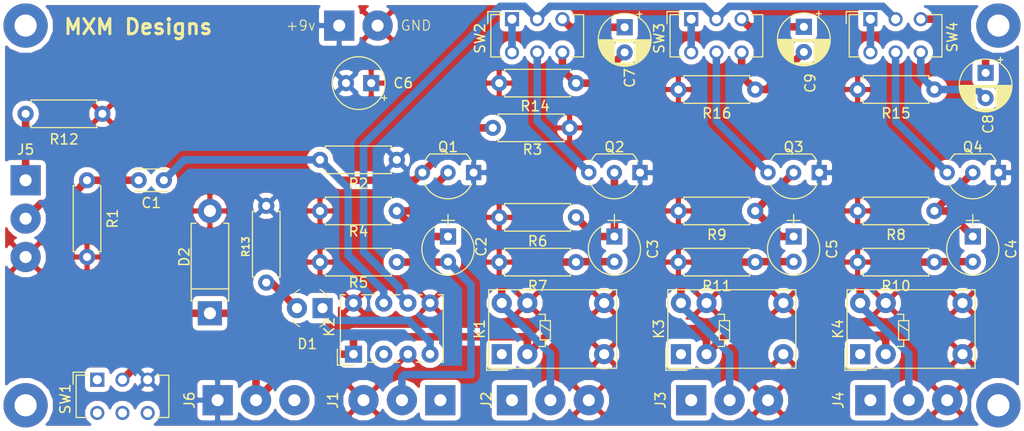
<source format=kicad_pcb>
(kicad_pcb (version 20171130) (host pcbnew "(5.1.0-0)")
  (layers (0 F.Cu signal) (31 B.Cu signal) (34 B.Paste user) (35 F.Paste user) (36 B.SilkS user) (37 F.SilkS user) (38 B.Mask user hide) (39 F.Mask user hide) (44 Edge.Cuts user))
  (net 0 "")
  (net 1 "Net-(C1-Pad2)")
  (net 2 "Net-(C1-Pad1)")
  (net 3 "Net-(C2-Pad2)")
  (net 4 "Net-(C2-Pad1)")
  (net 5 "Net-(C3-Pad1)")
  (net 6 "Net-(C3-Pad2)")
  (net 7 "Net-(C4-Pad1)")
  (net 8 "Net-(C4-Pad2)")
  (net 9 "Net-(C5-Pad2)")
  (net 10 "Net-(C5-Pad1)")
  (net 11 "Net-(D1-Pad2)")
  (net 12 "Net-(D1-Pad1)")
  (net 13 GND)
  (net 14 +9V)
  (net 15 "Net-(D2-Pad1)")
  (net 16 "Net-(J5-Pad1)")
  (net 17 "Net-(K2-Pad6)")
  (net 18 "Net-(J1-Pad1)")
  (net 19 "Net-(J2-Pad1)")
  (net 20 "Net-(J3-Pad1)")
  (net 21 "Net-(J4-Pad1)")
  (net 22 "Net-(K2-Pad2)")
  (net 23 "Net-(SW1-Pad1)")
  (net 24 "Net-(C7-Pad2)")
  (net 25 "Net-(C7-Pad1)")
  (net 26 "Net-(C8-Pad1)")
  (net 27 "Net-(C8-Pad2)")
  (net 28 "Net-(C9-Pad1)")
  (net 29 "Net-(C9-Pad2)")
  (net 30 "Net-(Q2-Pad3)")
  (net 31 "Net-(Q3-Pad3)")
  (net 32 "Net-(Q4-Pad3)")
  (net 33 "Net-(SW2-Pad1)")
  (net 34 "Net-(SW3-Pad1)")
  (net 35 "Net-(SW4-Pad1)")
  (net 36 "Net-(K1-Pad1)")
  (net 37 "Net-(K3-Pad1)")
  (net 38 "Net-(K4-Pad1)")
  (module Connector_Wire:SolderWirePad_1x03_P3.81mm_Drill1.2mm (layer F.Cu) (at 129.54 118.872 270)
    (fp_text reference J5 (at -3.048 0) (layer F.SilkS))
    (fp_text value Input1)
    (pad 3 thru_hole circle (at 7.62 0 270) (size 2.99974 2.99974) (drill 1.19888) (layers *.Cu *.Mask) (net 13 GND))
    (pad 2 thru_hole circle (at 3.81 0 270) (size 2.99974 2.99974) (drill 1.19888) (layers *.Cu *.Mask) (net 1 "Net-(C1-Pad2)"))
    (pad 1 thru_hole rect (at 0 0 270) (size 2.99974 2.99974) (drill 1.19888) (layers *.Cu *.Mask) (net 16 "Net-(J5-Pad1)"))
  )
  (module MountingHole:MountingHole_2.2mm_M2_Pad (layer F.Cu) (at 226.06 141.224)
    (fp_text reference J9 hide)
    (fp_text value Mechanical)
    (pad 1 thru_hole circle (at 0 0) (size 4.4 4.4) (drill 2.2) (layers *.Cu *.Mask))
  )
  (module MountingHole:MountingHole_2.2mm_M2_Pad (layer F.Cu) (at 129.54 141.224)
    (fp_text reference J8 hide)
    (fp_text value Mechanical)
    (pad 1 thru_hole circle (at 0 0) (size 4.4 4.4) (drill 2.2) (layers *.Cu *.Mask))
  )
  (module TO_SOT_Packages_THT:TO-92_Inline_Wide (layer F.Cu) (at 173.99 118.11 180)
    (fp_text reference Q1 (at 2.54 2.54) (layer F.SilkS))
    (fp_text value MFPJ102)
    (pad 1 thru_hole rect (at 0 0 270) (size 1.52 1.52) (drill 0.8) (layers *.Cu *.Mask) (net 14 +9V))
    (pad 3 thru_hole circle (at 5.08 0 270) (size 1.52 1.52) (drill 0.8) (layers *.Cu *.Mask) (net 2 "Net-(C1-Pad1)"))
    (pad 2 thru_hole circle (at 2.54 0 270) (size 1.52 1.52) (drill 0.8) (layers *.Cu *.Mask) (net 4 "Net-(C2-Pad1)"))
  )
  (module Button_Switch_THT:SW_CuK_JS202011CQN_DPDT_Straight (layer F.Cu) (at 177.8 102.87)
    (fp_text reference SW2 (at -3.175 1.905 90) (layer F.SilkS))
    (fp_text value SW_DPDT_x2)
    (pad 1 thru_hole rect (at 0 0) (size 1.4 1.4) (drill 0.9) (layers *.Cu *.Mask) (net 33 "Net-(SW2-Pad1)"))
    (pad 2 thru_hole circle (at 2.5 0) (size 1.4 1.4) (drill 0.9) (layers *.Cu *.Mask) (net 17 "Net-(K2-Pad6)"))
    (pad 3 thru_hole circle (at 5 0) (size 1.4 1.4) (drill 0.9) (layers *.Cu *.Mask) (net 25 "Net-(C7-Pad1)"))
    (pad 4 thru_hole circle (at 0 3.3) (size 1.4 1.4) (drill 0.9) (layers *.Cu *.Mask) (net 33 "Net-(SW2-Pad1)"))
    (pad 5 thru_hole circle (at 2.5 3.3) (size 1.4 1.4) (drill 0.9) (layers *.Cu *.Mask) (net 30 "Net-(Q2-Pad3)"))
    (pad 6 thru_hole circle (at 5 3.3) (size 1.4 1.4) (drill 0.9) (layers *.Cu *.Mask) (net 24 "Net-(C7-Pad2)"))
  )
  (module TO_SOT_Packages_THT:TO-92_Inline_Wide (layer F.Cu) (at 208.28 118.11 180)
    (fp_text reference Q3 (at 2.54 2.54) (layer F.SilkS))
    (fp_text value MFPJ102)
    (pad 1 thru_hole rect (at 0 0 270) (size 1.52 1.52) (drill 0.8) (layers *.Cu *.Mask) (net 14 +9V))
    (pad 3 thru_hole circle (at 5.08 0 270) (size 1.52 1.52) (drill 0.8) (layers *.Cu *.Mask) (net 31 "Net-(Q3-Pad3)"))
    (pad 2 thru_hole circle (at 2.54 0 270) (size 1.52 1.52) (drill 0.8) (layers *.Cu *.Mask) (net 10 "Net-(C5-Pad1)"))
  )
  (module TO_SOT_Packages_THT:TO-92_Inline_Wide (layer F.Cu) (at 226.06 118.11 180)
    (fp_text reference Q4 (at 2.54 2.54) (layer F.SilkS))
    (fp_text value MFPJ102)
    (pad 2 thru_hole circle (at 2.54 0 270) (size 1.52 1.52) (drill 0.8) (layers *.Cu *.Mask) (net 7 "Net-(C4-Pad1)"))
    (pad 3 thru_hole circle (at 5.08 0 270) (size 1.52 1.52) (drill 0.8) (layers *.Cu *.Mask) (net 32 "Net-(Q4-Pad3)"))
    (pad 1 thru_hole rect (at 0 0 270) (size 1.52 1.52) (drill 0.8) (layers *.Cu *.Mask) (net 14 +9V))
  )
  (module TO_SOT_Packages_THT:TO-92_Inline_Wide (layer F.Cu) (at 190.5 118.11 180)
    (fp_text reference Q2 (at 2.54 2.54) (layer F.SilkS))
    (fp_text value MFPJ102)
    (pad 2 thru_hole circle (at 2.54 0 270) (size 1.52 1.52) (drill 0.8) (layers *.Cu *.Mask) (net 5 "Net-(C3-Pad1)"))
    (pad 3 thru_hole circle (at 5.08 0 270) (size 1.52 1.52) (drill 0.8) (layers *.Cu *.Mask) (net 30 "Net-(Q2-Pad3)"))
    (pad 1 thru_hole rect (at 0 0 270) (size 1.52 1.52) (drill 0.8) (layers *.Cu *.Mask) (net 14 +9V))
  )
  (module Buttons_Switches_THT:SW_CuK_JS202011CQN_DPDT_Straight (layer F.Cu) (at 136.652 138.684)
    (fp_text reference SW1 (at -3.175 1.905 90) (layer F.SilkS))
    (fp_text value SW_Tuner)
    (pad 6 thru_hole circle (at 5 3.3) (size 1.4 1.4) (drill 0.9) (layers *.Cu *.Mask))
    (pad 5 thru_hole circle (at 2.5 3.3) (size 1.4 1.4) (drill 0.9) (layers *.Cu *.Mask))
    (pad 4 thru_hole circle (at 0 3.3) (size 1.4 1.4) (drill 0.9) (layers *.Cu *.Mask))
    (pad 3 thru_hole circle (at 5 0) (size 1.4 1.4) (drill 0.9) (layers *.Cu *.Mask) (net 14 +9V))
    (pad 2 thru_hole circle (at 2.5 0) (size 1.4 1.4) (drill 0.9) (layers *.Cu *.Mask) (net 15 "Net-(D2-Pad1)"))
    (pad 1 thru_hole rect (at 0 0) (size 1.4 1.4) (drill 0.9) (layers *.Cu *.Mask) (net 23 "Net-(SW1-Pad1)"))
  )
  (module Diodes_THT:D_DO-15_P10.16mm_Horizontal (layer F.Cu) (at 147.828 132.08 90)
    (fp_text reference D2 (at 5.588 -2.54 90) (layer F.SilkS))
    (fp_text value SB120)
    (pad 2 thru_hole oval (at 10.16 0 90) (size 2.4 2.4) (drill 1.2) (layers *.Cu *.Mask) (net 13 GND))
    (pad 1 thru_hole rect (at 0 0 90) (size 2.4 2.4) (drill 1.2) (layers *.Cu *.Mask) (net 15 "Net-(D2-Pad1)"))
  )
  (module Capacitors_THT:CP_Radial_Tantal_D5.0mm_P2.50mm (layer F.Cu) (at 171.45 124.46 270)
    (fp_text reference C2 (at 1.016 -3.302 270) (layer F.SilkS))
    (fp_text value 1uF)
    (pad 2 thru_hole circle (at 2.5 0 270) (size 1.6 1.6) (drill 0.8) (layers *.Cu *.Mask) (net 3 "Net-(C2-Pad2)"))
    (pad 1 thru_hole rect (at 0 0 270) (size 1.6 1.6) (drill 0.8) (layers *.Cu *.Mask) (net 4 "Net-(C2-Pad1)"))
  )
  (module Capacitors_THT:CP_Radial_Tantal_D5.0mm_P2.50mm (layer F.Cu) (at 187.96 124.46 270)
    (fp_text reference C3 (at 1.25 -3.81 270) (layer F.SilkS))
    (fp_text value 1uF)
    (pad 1 thru_hole rect (at 0 0 270) (size 1.6 1.6) (drill 0.8) (layers *.Cu *.Mask) (net 5 "Net-(C3-Pad1)"))
    (pad 2 thru_hole circle (at 2.5 0 270) (size 1.6 1.6) (drill 0.8) (layers *.Cu *.Mask) (net 6 "Net-(C3-Pad2)"))
  )
  (module Capacitors_THT:CP_Radial_Tantal_D5.0mm_P2.50mm (layer F.Cu) (at 223.52 124.46 270)
    (fp_text reference C4 (at 1.25 -3.81 270) (layer F.SilkS))
    (fp_text value 1uF)
    (pad 2 thru_hole circle (at 2.5 0 270) (size 1.6 1.6) (drill 0.8) (layers *.Cu *.Mask) (net 8 "Net-(C4-Pad2)"))
    (pad 1 thru_hole rect (at 0 0 270) (size 1.6 1.6) (drill 0.8) (layers *.Cu *.Mask) (net 7 "Net-(C4-Pad1)"))
  )
  (module Capacitors_THT:CP_Radial_Tantal_D5.0mm_P2.50mm (layer F.Cu) (at 205.74 124.46 270)
    (fp_text reference C5 (at 1.25 -3.81 270) (layer F.SilkS))
    (fp_text value 1uF)
    (pad 2 thru_hole circle (at 2.5 0 270) (size 1.6 1.6) (drill 0.8) (layers *.Cu *.Mask) (net 9 "Net-(C5-Pad2)"))
    (pad 1 thru_hole rect (at 0 0 270) (size 1.6 1.6) (drill 0.8) (layers *.Cu *.Mask) (net 10 "Net-(C5-Pad1)"))
  )
  (module Connector_Wire:SolderWirePad_1x03_P3.81mm_Drill1.2mm (layer F.Cu) (at 170.688 140.716 180)
    (fp_text reference J1 (at 10.668 0 270) (layer F.SilkS))
    (fp_text value Out1)
    (pad 1 thru_hole rect (at 0 0 180) (size 2.99974 2.99974) (drill 1.19888) (layers *.Cu *.Mask) (net 18 "Net-(J1-Pad1)"))
    (pad 2 thru_hole circle (at 3.81 0 180) (size 2.99974 2.99974) (drill 1.19888) (layers *.Cu *.Mask) (net 3 "Net-(C2-Pad2)"))
    (pad 3 thru_hole circle (at 7.62 0 180) (size 2.99974 2.99974) (drill 1.19888) (layers *.Cu *.Mask) (net 13 GND))
  )
  (module Connector_Wire:SolderWirePad_1x03_P3.81mm_Drill1.2mm (layer F.Cu) (at 177.8 140.716)
    (fp_text reference J2 (at -2.54 0 90) (layer F.SilkS))
    (fp_text value Out2)
    (pad 1 thru_hole rect (at 0 0) (size 2.99974 2.99974) (drill 1.19888) (layers *.Cu *.Mask) (net 19 "Net-(J2-Pad1)"))
    (pad 2 thru_hole circle (at 3.81 0) (size 2.99974 2.99974) (drill 1.19888) (layers *.Cu *.Mask) (net 6 "Net-(C3-Pad2)"))
    (pad 3 thru_hole circle (at 7.62 0) (size 2.99974 2.99974) (drill 1.19888) (layers *.Cu *.Mask) (net 13 GND))
  )
  (module Connector_Wire:SolderWirePad_1x03_P3.81mm_Drill1.2mm (layer F.Cu) (at 195.58 140.716)
    (fp_text reference J3 (at -3.048 0 90) (layer F.SilkS))
    (fp_text value Out3)
    (pad 1 thru_hole rect (at 0 0) (size 2.99974 2.99974) (drill 1.19888) (layers *.Cu *.Mask) (net 20 "Net-(J3-Pad1)"))
    (pad 2 thru_hole circle (at 3.81 0) (size 2.99974 2.99974) (drill 1.19888) (layers *.Cu *.Mask) (net 9 "Net-(C5-Pad2)"))
    (pad 3 thru_hole circle (at 7.62 0) (size 2.99974 2.99974) (drill 1.19888) (layers *.Cu *.Mask) (net 13 GND))
  )
  (module Connector_Wire:SolderWirePad_1x03_P3.81mm_Drill1.2mm (layer F.Cu) (at 213.36 140.716)
    (fp_text reference J4 (at -3.175 0 90) (layer F.SilkS))
    (fp_text value Out4)
    (pad 3 thru_hole circle (at 7.62 0) (size 2.99974 2.99974) (drill 1.19888) (layers *.Cu *.Mask) (net 13 GND))
    (pad 2 thru_hole circle (at 3.81 0) (size 2.99974 2.99974) (drill 1.19888) (layers *.Cu *.Mask) (net 8 "Net-(C4-Pad2)"))
    (pad 1 thru_hole rect (at 0 0) (size 2.99974 2.99974) (drill 1.19888) (layers *.Cu *.Mask) (net 21 "Net-(J4-Pad1)"))
  )
  (module Connector_Wire:SolderWirePad_1x03_P3.81mm_Drill1.2mm (layer F.Cu) (at 148.59 140.716)
    (fp_text reference J6 (at -2.794 0 90) (layer F.SilkS))
    (fp_text value FootSwitchJack hide)
    (pad 3 thru_hole circle (at 7.62 0) (size 2.99974 2.99974) (drill 1.19888) (layers *.Cu *.Mask))
    (pad 2 thru_hole circle (at 3.81 0) (size 2.99974 2.99974) (drill 1.19888) (layers *.Cu *.Mask) (net 15 "Net-(D2-Pad1)"))
    (pad 1 thru_hole rect (at 0 0) (size 2.99974 2.99974) (drill 1.19888) (layers *.Cu *.Mask) (net 14 +9V))
  )
  (module Resistor_THT:R_Axial_DIN0207_L6.3mm_D2.5mm_P7.62mm_Horizontal (layer F.Cu) (at 135.636 118.872 270)
    (fp_text reference R1 (at 3.81 -2.54 270) (layer F.SilkS))
    (fp_text value 10m)
    (pad 2 thru_hole oval (at 7.62 0 270) (size 1.6 1.6) (drill 0.8) (layers *.Cu *.Mask) (net 13 GND))
    (pad 1 thru_hole circle (at 0 0 270) (size 1.6 1.6) (drill 0.8) (layers *.Cu *.Mask) (net 1 "Net-(C1-Pad2)"))
  )
  (module Resistor_THT:R_Axial_DIN0207_L6.3mm_D2.5mm_P7.62mm_Horizontal (layer F.Cu) (at 175.895 113.665)
    (fp_text reference R3 (at 3.937 2.159) (layer F.SilkS))
    (fp_text value 2.2M)
    (pad 1 thru_hole circle (at 0 0) (size 1.6 1.6) (drill 0.8) (layers *.Cu *.Mask) (net 2 "Net-(C1-Pad1)"))
    (pad 2 thru_hole oval (at 7.62 0) (size 1.6 1.6) (drill 0.8) (layers *.Cu *.Mask) (net 13 GND))
  )
  (module Resistor_THT:R_Axial_DIN0207_L6.3mm_D2.5mm_P7.62mm_Horizontal (layer F.Cu) (at 166.37 121.92 180)
    (fp_text reference R4 (at 3.81 -2.032 180) (layer F.SilkS))
    (fp_text value 10k)
    (pad 2 thru_hole oval (at 7.62 0 180) (size 1.6 1.6) (drill 0.8) (layers *.Cu *.Mask) (net 13 GND))
    (pad 1 thru_hole circle (at 0 0 180) (size 1.6 1.6) (drill 0.8) (layers *.Cu *.Mask) (net 4 "Net-(C2-Pad1)"))
  )
  (module Resistor_THT:R_Axial_DIN0207_L6.3mm_D2.5mm_P7.62mm_Horizontal (layer F.Cu) (at 166.37 127 180)
    (fp_text reference R5 (at 3.81 -2.032 180) (layer F.SilkS))
    (fp_text value 100k)
    (pad 1 thru_hole circle (at 0 0 180) (size 1.6 1.6) (drill 0.8) (layers *.Cu *.Mask) (net 3 "Net-(C2-Pad2)"))
    (pad 2 thru_hole oval (at 7.62 0 180) (size 1.6 1.6) (drill 0.8) (layers *.Cu *.Mask) (net 13 GND))
  )
  (module Resistor_THT:R_Axial_DIN0207_L6.3mm_D2.5mm_P7.62mm_Horizontal (layer F.Cu) (at 184.15 122.555 180)
    (fp_text reference R6 (at 3.81 -2.37 180) (layer F.SilkS))
    (fp_text value 10k)
    (pad 1 thru_hole circle (at 0 0 180) (size 1.6 1.6) (drill 0.8) (layers *.Cu *.Mask) (net 5 "Net-(C3-Pad1)"))
    (pad 2 thru_hole oval (at 7.62 0 180) (size 1.6 1.6) (drill 0.8) (layers *.Cu *.Mask) (net 13 GND))
  )
  (module Resistor_THT:R_Axial_DIN0207_L6.3mm_D2.5mm_P7.62mm_Horizontal (layer F.Cu) (at 184.15 127 180)
    (fp_text reference R7 (at 3.81 -2.37 180) (layer F.SilkS))
    (fp_text value 100k)
    (pad 2 thru_hole oval (at 7.62 0 180) (size 1.6 1.6) (drill 0.8) (layers *.Cu *.Mask) (net 13 GND))
    (pad 1 thru_hole circle (at 0 0 180) (size 1.6 1.6) (drill 0.8) (layers *.Cu *.Mask) (net 6 "Net-(C3-Pad2)"))
  )
  (module Resistor_THT:R_Axial_DIN0207_L6.3mm_D2.5mm_P7.62mm_Horizontal (layer F.Cu) (at 219.71 121.92 180)
    (fp_text reference R8 (at 3.81 -2.37 180) (layer F.SilkS))
    (fp_text value 10k)
    (pad 2 thru_hole oval (at 7.62 0 180) (size 1.6 1.6) (drill 0.8) (layers *.Cu *.Mask) (net 13 GND))
    (pad 1 thru_hole circle (at 0 0 180) (size 1.6 1.6) (drill 0.8) (layers *.Cu *.Mask) (net 7 "Net-(C4-Pad1)"))
  )
  (module Resistor_THT:R_Axial_DIN0207_L6.3mm_D2.5mm_P7.62mm_Horizontal (layer F.Cu) (at 201.93 121.92 180)
    (fp_text reference R9 (at 3.81 -2.37 180) (layer F.SilkS))
    (fp_text value 10k)
    (pad 2 thru_hole oval (at 7.62 0 180) (size 1.6 1.6) (drill 0.8) (layers *.Cu *.Mask) (net 13 GND))
    (pad 1 thru_hole circle (at 0 0 180) (size 1.6 1.6) (drill 0.8) (layers *.Cu *.Mask) (net 10 "Net-(C5-Pad1)"))
  )
  (module Resistor_THT:R_Axial_DIN0207_L6.3mm_D2.5mm_P7.62mm_Horizontal (layer F.Cu) (at 219.71 127 180)
    (fp_text reference R10 (at 3.81 -2.37 180) (layer F.SilkS))
    (fp_text value 100k)
    (pad 1 thru_hole circle (at 0 0 180) (size 1.6 1.6) (drill 0.8) (layers *.Cu *.Mask) (net 8 "Net-(C4-Pad2)"))
    (pad 2 thru_hole oval (at 7.62 0 180) (size 1.6 1.6) (drill 0.8) (layers *.Cu *.Mask) (net 13 GND))
  )
  (module Resistor_THT:R_Axial_DIN0207_L6.3mm_D2.5mm_P7.62mm_Horizontal (layer F.Cu) (at 201.93 127 180)
    (fp_text reference R11 (at 3.81 -2.37 180) (layer F.SilkS))
    (fp_text value 100k)
    (pad 1 thru_hole circle (at 0 0 180) (size 1.6 1.6) (drill 0.8) (layers *.Cu *.Mask) (net 9 "Net-(C5-Pad2)"))
    (pad 2 thru_hole oval (at 7.62 0 180) (size 1.6 1.6) (drill 0.8) (layers *.Cu *.Mask) (net 13 GND))
  )
  (module Resistor_THT:R_Axial_DIN0207_L6.3mm_D2.5mm_P7.62mm_Horizontal (layer F.Cu) (at 137.16 112.268 180)
    (fp_text reference R12 (at 3.81 -2.54 180) (layer F.SilkS))
    (fp_text value 100k)
    (pad 1 thru_hole circle (at 0 0 180) (size 1.6 1.6) (drill 0.8) (layers *.Cu *.Mask) (net 13 GND))
    (pad 2 thru_hole oval (at 7.62 0 180) (size 1.6 1.6) (drill 0.8) (layers *.Cu *.Mask) (net 16 "Net-(J5-Pad1)"))
  )
  (module Resistor_THT:R_Axial_DIN0207_L6.3mm_D2.5mm_P7.62mm_Horizontal (layer F.Cu) (at 153.416 121.412 270)
    (fp_text reference R13 (at 4.064 2.032 270) (layer F.SilkS) (effects (font (size 0.7 0.7))))
    (fp_text value 680)
    (pad 2 thru_hole oval (at 7.62 0 270) (size 1.6 1.6) (drill 0.8) (layers *.Cu *.Mask) (net 11 "Net-(D1-Pad2)"))
    (pad 1 thru_hole circle (at 0 0 270) (size 1.6 1.6) (drill 0.8) (layers *.Cu *.Mask) (net 14 +9V))
  )
  (module Resistor_THT:R_Axial_DIN0207_L6.3mm_D2.5mm_P7.62mm_Horizontal (layer F.Cu) (at 166.37 116.84 180)
    (fp_text reference R2 (at 3.81 -2.37 180) (layer F.SilkS))
    (fp_text value 2.2M)
    (pad 1 thru_hole circle (at 0 0 180) (size 1.6 1.6) (drill 0.8) (layers *.Cu *.Mask) (net 14 +9V))
    (pad 2 thru_hole oval (at 7.62 0 180) (size 1.6 1.6) (drill 0.8) (layers *.Cu *.Mask) (net 2 "Net-(C1-Pad1)"))
  )
  (module Connector_Wire:SolderWirePad_1x02_P3.81mm_Drill1.2mm (layer F.Cu) (at 160.655 103.505)
    (fp_text reference J7 hide)
    (fp_text value PWR)
    (pad 1 thru_hole rect (at 0 0) (size 2.99974 2.99974) (drill 1.19888) (layers *.Cu *.Mask) (net 14 +9V))
    (pad 2 thru_hole circle (at 3.81 0) (size 2.99974 2.99974) (drill 1.19888) (layers *.Cu *.Mask) (net 13 GND))
  )
  (module MountingHole:MountingHole_2.2mm_M2_Pad (layer F.Cu) (at 129.54 103.505)
    (fp_text reference J8 hide)
    (fp_text value Mechanical)
    (pad 1 thru_hole circle (at 0 0) (size 4.4 4.4) (drill 2.2) (layers *.Cu *.Mask))
  )
  (module MountingHole:MountingHole_2.2mm_M2_Pad (layer F.Cu) (at 226.06 103.505)
    (fp_text reference J9 hide)
    (fp_text value Mechanical)
    (pad 1 thru_hole circle (at 0 0) (size 4.4 4.4) (drill 2.2) (layers *.Cu *.Mask))
  )
  (module Capacitor_THT:CP_Radial_Tantal_D5.0mm_P2.50mm (layer F.Cu) (at 163.83 109.22 180)
    (fp_text reference C6 (at -3.175 0 180) (layer F.SilkS))
    (fp_text value 10F)
    (pad 2 thru_hole circle (at 2.5 0 180) (size 1.6 1.6) (drill 0.8) (layers *.Cu *.Mask) (net 14 +9V))
    (pad 1 thru_hole rect (at 0 0 180) (size 1.6 1.6) (drill 0.8) (layers *.Cu *.Mask) (net 13 GND))
  )
  (module Resistor_THT:R_Axial_DIN0207_L6.3mm_D2.5mm_P7.62mm_Horizontal (layer F.Cu) (at 184.15 109.22 180)
    (fp_text reference R14 (at 4.064 -2.286 180) (layer F.SilkS))
    (fp_text value 220)
    (pad 1 thru_hole circle (at 0 0 180) (size 1.6 1.6) (drill 0.8) (layers *.Cu *.Mask) (net 24 "Net-(C7-Pad2)"))
    (pad 2 thru_hole oval (at 7.62 0 180) (size 1.6 1.6) (drill 0.8) (layers *.Cu *.Mask) (net 13 GND))
  )
  (module Resistor_THT:R_Axial_DIN0207_L6.3mm_D2.5mm_P7.62mm_Horizontal (layer F.Cu) (at 219.71 109.855 180)
    (fp_text reference R15 (at 3.81 -2.37 180) (layer F.SilkS))
    (fp_text value 220)
    (pad 2 thru_hole oval (at 7.62 0 180) (size 1.6 1.6) (drill 0.8) (layers *.Cu *.Mask) (net 13 GND))
    (pad 1 thru_hole circle (at 0 0 180) (size 1.6 1.6) (drill 0.8) (layers *.Cu *.Mask) (net 27 "Net-(C8-Pad2)"))
  )
  (module Resistor_THT:R_Axial_DIN0207_L6.3mm_D2.5mm_P7.62mm_Horizontal (layer F.Cu) (at 201.93 109.855 180)
    (fp_text reference R16 (at 3.81 -2.37 180) (layer F.SilkS))
    (fp_text value 220)
    (pad 1 thru_hole circle (at 0 0 180) (size 1.6 1.6) (drill 0.8) (layers *.Cu *.Mask) (net 29 "Net-(C9-Pad2)"))
    (pad 2 thru_hole oval (at 7.62 0 180) (size 1.6 1.6) (drill 0.8) (layers *.Cu *.Mask) (net 13 GND))
  )
  (module Button_Switch_THT:SW_CuK_JS202011CQN_DPDT_Straight (layer F.Cu) (at 195.58 102.87)
    (fp_text reference SW3 (at -3.175 1.905 90) (layer F.SilkS))
    (fp_text value SW_DPDT_x2)
    (pad 1 thru_hole rect (at 0 0) (size 1.4 1.4) (drill 0.9) (layers *.Cu *.Mask) (net 34 "Net-(SW3-Pad1)"))
    (pad 2 thru_hole circle (at 2.5 0) (size 1.4 1.4) (drill 0.9) (layers *.Cu *.Mask) (net 17 "Net-(K2-Pad6)"))
    (pad 3 thru_hole circle (at 5 0) (size 1.4 1.4) (drill 0.9) (layers *.Cu *.Mask) (net 28 "Net-(C9-Pad1)"))
    (pad 4 thru_hole circle (at 0 3.3) (size 1.4 1.4) (drill 0.9) (layers *.Cu *.Mask) (net 34 "Net-(SW3-Pad1)"))
    (pad 5 thru_hole circle (at 2.5 3.3) (size 1.4 1.4) (drill 0.9) (layers *.Cu *.Mask) (net 31 "Net-(Q3-Pad3)"))
    (pad 6 thru_hole circle (at 5 3.3) (size 1.4 1.4) (drill 0.9) (layers *.Cu *.Mask) (net 29 "Net-(C9-Pad2)"))
  )
  (module Button_Switch_THT:SW_CuK_JS202011CQN_DPDT_Straight (layer F.Cu) (at 213.36 102.87)
    (fp_text reference SW4 (at 8.128 1.778 90) (layer F.SilkS))
    (fp_text value SW_DPDT_x2)
    (pad 6 thru_hole circle (at 5 3.3) (size 1.4 1.4) (drill 0.9) (layers *.Cu *.Mask) (net 27 "Net-(C8-Pad2)"))
    (pad 5 thru_hole circle (at 2.5 3.3) (size 1.4 1.4) (drill 0.9) (layers *.Cu *.Mask) (net 32 "Net-(Q4-Pad3)"))
    (pad 4 thru_hole circle (at 0 3.3) (size 1.4 1.4) (drill 0.9) (layers *.Cu *.Mask) (net 35 "Net-(SW4-Pad1)"))
    (pad 3 thru_hole circle (at 5 0) (size 1.4 1.4) (drill 0.9) (layers *.Cu *.Mask) (net 26 "Net-(C8-Pad1)"))
    (pad 2 thru_hole circle (at 2.5 0) (size 1.4 1.4) (drill 0.9) (layers *.Cu *.Mask) (net 17 "Net-(K2-Pad6)"))
    (pad 1 thru_hole rect (at 0 0) (size 1.4 1.4) (drill 0.9) (layers *.Cu *.Mask) (net 35 "Net-(SW4-Pad1)"))
  )
  (module Capacitor_THT:C_Disc_D3.0mm_W2.0mm_P2.50mm (layer F.Cu) (at 143.256 118.872 180)
    (fp_text reference C1 (at 1.25 -2.25 180) (layer F.SilkS))
    (fp_text value 0.1)
    (pad 1 thru_hole circle (at 0 0 180) (size 1.6 1.6) (drill 0.8) (layers *.Cu *.Mask) (net 2 "Net-(C1-Pad1)"))
    (pad 2 thru_hole circle (at 2.5 0 180) (size 1.6 1.6) (drill 0.8) (layers *.Cu *.Mask) (net 1 "Net-(C1-Pad2)"))
  )
  (module Relay_THT:Relay_DPDT_Omron_G6K-2P-Y (layer F.Cu) (at 162.072 136.144 90)
    (fp_text reference K2 (at 2.7 -2.4 90) (layer F.SilkS))
    (fp_text value G6K-2P)
    (pad 8 thru_hole circle (at 5.08 0 90) (size 1.7 1.7) (drill 0.85) (layers *.Cu *.Mask) (net 13 GND))
    (pad 7 thru_hole circle (at 5.08 3 90) (size 1.7 1.7) (drill 0.85) (layers *.Cu *.Mask) (net 2 "Net-(C1-Pad1)"))
    (pad 6 thru_hole circle (at 5.08 5.4 90) (size 1.7 1.7) (drill 0.85) (layers *.Cu *.Mask) (net 17 "Net-(K2-Pad6)"))
    (pad 5 thru_hole circle (at 5.08 7.6 90) (size 1.7 1.7) (drill 0.85) (layers *.Cu *.Mask) (net 13 GND))
    (pad 4 thru_hole circle (at 0 7.6 90) (size 1.7 1.7) (drill 0.85) (layers *.Cu *.Mask) (net 12 "Net-(D1-Pad1)"))
    (pad 3 thru_hole circle (at 0 5.4 90) (size 1.7 1.7) (drill 0.85) (layers *.Cu *.Mask) (net 13 GND))
    (pad 2 thru_hole circle (at 0 3 90) (size 1.7 1.7) (drill 0.85) (layers *.Cu *.Mask) (net 22 "Net-(K2-Pad2)"))
    (pad 1 thru_hole rect (at 0 0 90) (size 1.7 1.7) (drill 0.85) (layers *.Cu *.Mask) (net 15 "Net-(D2-Pad1)"))
  )
  (module Capacitor_THT:CP_Radial_D5.0mm_P2.50mm (layer F.Cu) (at 188.976 103.672 270)
    (fp_text reference C7 (at 5.04 -0.508 270) (layer F.SilkS))
    (fp_text value 10F)
    (pad 1 thru_hole rect (at 0 0 270) (size 1.6 1.6) (drill 0.8) (layers *.Cu *.Mask) (net 25 "Net-(C7-Pad1)"))
    (pad 2 thru_hole circle (at 2.5 0 270) (size 1.6 1.6) (drill 0.8) (layers *.Cu *.Mask) (net 24 "Net-(C7-Pad2)"))
  )
  (module Capacitor_THT:CP_Radial_D5.0mm_P2.50mm (layer F.Cu) (at 224.79 108.204 270)
    (fp_text reference C8 (at 5.08 -0.254 270) (layer F.SilkS))
    (fp_text value 10F)
    (pad 1 thru_hole rect (at 0 0 270) (size 1.6 1.6) (drill 0.8) (layers *.Cu *.Mask) (net 26 "Net-(C8-Pad1)"))
    (pad 2 thru_hole circle (at 2.5 0 270) (size 1.6 1.6) (drill 0.8) (layers *.Cu *.Mask) (net 27 "Net-(C8-Pad2)"))
  )
  (module Capacitor_THT:CP_Radial_D5.0mm_P2.50mm (layer F.Cu) (at 206.756 103.632 270)
    (fp_text reference C9 (at 5.588 -0.635 270) (layer F.SilkS))
    (fp_text value 10F)
    (pad 2 thru_hole circle (at 2.5 0 270) (size 1.6 1.6) (drill 0.8) (layers *.Cu *.Mask) (net 29 "Net-(C9-Pad2)"))
    (pad 1 thru_hole rect (at 0 0 270) (size 1.6 1.6) (drill 0.8) (layers *.Cu *.Mask) (net 28 "Net-(C9-Pad1)"))
  )
  (module Relay_THT:Relay_SPDT_Omron_G5V-1 (layer F.Cu) (at 176.784 136.144 90)
    (fp_text reference K1 (at 2.5 -2.2 90) (layer F.SilkS))
    (fp_text value G5V-1)
    (pad 10 thru_hole circle (at 5.08 0 90) (size 2 2) (drill 1) (layers *.Cu *.Mask) (net 6 "Net-(C3-Pad2)"))
    (pad 9 thru_hole circle (at 5.08 2.54 90) (size 2 2) (drill 1) (layers *.Cu *.Mask) (net 13 GND))
    (pad 1 thru_hole rect (at 0 0 90) (size 2 2) (drill 1) (layers *.Cu *.Mask) (net 36 "Net-(K1-Pad1)"))
    (pad 2 thru_hole circle (at 0 2.54 90) (size 2 2) (drill 1) (layers *.Cu *.Mask) (net 15 "Net-(D2-Pad1)"))
    (pad 6 thru_hole circle (at 5.08 10.16 90) (size 2 2) (drill 1) (layers *.Cu *.Mask) (net 13 GND))
    (pad 5 thru_hole circle (at 0 10.16 90) (size 2 2) (drill 1) (layers *.Cu *.Mask) (net 13 GND))
  )
  (module Relay_THT:Relay_SPDT_Omron_G5V-1 (layer F.Cu) (at 194.564 136.144 90)
    (fp_text reference K3 (at 2.5 -2.2 90) (layer F.SilkS))
    (fp_text value G5V-1)
    (pad 10 thru_hole circle (at 5.08 0 90) (size 2 2) (drill 1) (layers *.Cu *.Mask) (net 9 "Net-(C5-Pad2)"))
    (pad 9 thru_hole circle (at 5.08 2.54 90) (size 2 2) (drill 1) (layers *.Cu *.Mask) (net 13 GND))
    (pad 1 thru_hole rect (at 0 0 90) (size 2 2) (drill 1) (layers *.Cu *.Mask) (net 37 "Net-(K3-Pad1)"))
    (pad 2 thru_hole circle (at 0 2.54 90) (size 2 2) (drill 1) (layers *.Cu *.Mask) (net 15 "Net-(D2-Pad1)"))
    (pad 6 thru_hole circle (at 5.08 10.16 90) (size 2 2) (drill 1) (layers *.Cu *.Mask) (net 13 GND))
    (pad 5 thru_hole circle (at 0 10.16 90) (size 2 2) (drill 1) (layers *.Cu *.Mask) (net 13 GND))
  )
  (module Relay_THT:Relay_SPDT_Omron_G5V-1 (layer F.Cu) (at 212.344 136.144 90)
    (fp_text reference K4 (at 2.5 -2.2 90) (layer F.SilkS))
    (fp_text value G5V-1)
    (pad 5 thru_hole circle (at 0 10.16 90) (size 2 2) (drill 1) (layers *.Cu *.Mask) (net 13 GND))
    (pad 6 thru_hole circle (at 5.08 10.16 90) (size 2 2) (drill 1) (layers *.Cu *.Mask) (net 13 GND))
    (pad 2 thru_hole circle (at 0 2.54 90) (size 2 2) (drill 1) (layers *.Cu *.Mask) (net 15 "Net-(D2-Pad1)"))
    (pad 1 thru_hole rect (at 0 0 90) (size 2 2) (drill 1) (layers *.Cu *.Mask) (net 38 "Net-(K4-Pad1)"))
    (pad 9 thru_hole circle (at 5.08 2.54 90) (size 2 2) (drill 1) (layers *.Cu *.Mask) (net 13 GND))
    (pad 10 thru_hole circle (at 5.08 0 90) (size 2 2) (drill 1) (layers *.Cu *.Mask) (net 8 "Net-(C4-Pad2)"))
  )
  (module digikey-footprints:LED_3mm_Radial (layer F.Cu) (at 156.464 131.572 180)
    (fp_text reference D1 (at -1.016 -3.556 180) (layer F.SilkS))
    (fp_text value LED)
    (pad 2 thru_hole circle (at 0 0 180) (size 2 2) (drill 1) (layers *.Cu *.Mask) (net 11 "Net-(D1-Pad2)"))
    (pad 1 thru_hole rect (at -2.54 0 180) (size 2 2) (drill 1) (layers *.Cu *.Mask) (net 12 "Net-(D1-Pad1)"))
  )
  (gr_line (start 228.6 143.764) (end 127 143.764) (layer Edge.Cuts) (width 0.001))
  (gr_text "MXM Designs" (at 140.716 103.632) (layer F.SilkS) (effects (font (size 1.5 1.5) (thickness 0.3))))
  (gr_line (start 228.6 100.965) (end 228.6 109.22) (layer Edge.Cuts) (width 0.001))
  (gr_line (start 127 100.965) (end 228.6 100.965) (layer Edge.Cuts) (width 0.001))
  (gr_line (start 127 143.764) (end 127 100.965) (layer Edge.Cuts) (width 0.001))
  (gr_text +9v (at 156.845 103.505) (layer F.SilkS) (effects (font (size 1 1) (thickness 0.1))))
  (gr_text GND (at 168.275 103.505) (layer F.SilkS) (effects (font (size 1 1) (thickness 0.1))))
  (gr_line (start 228.6 143.764) (end 228.6 109.22) (layer Edge.Cuts) (width 0.001))
  (segment (start 140.756 118.872) (end 135.636 118.872) (width 0.75) (layer F.Cu) (net 1))
  (segment (start 133.325869 121.182131) (end 134.836001 119.671999) (width 0.75) (layer F.Cu) (net 1))
  (segment (start 131.039869 121.182131) (end 133.325869 121.182131) (width 0.75) (layer F.Cu) (net 1))
  (segment (start 134.836001 119.671999) (end 135.636 118.872) (width 0.75) (layer F.Cu) (net 1))
  (segment (start 129.54 122.682) (end 131.039869 121.182131) (width 0.75) (layer F.Cu) (net 1))
  (segment (start 168.150001 118.869999) (end 168.91 118.11) (width 0.75) (layer F.Cu) (net 2))
  (segment (start 160.779999 118.869999) (end 168.150001 118.869999) (width 0.75) (layer F.Cu) (net 2))
  (segment (start 158.75 116.84) (end 160.779999 118.869999) (width 0.75) (layer F.Cu) (net 2))
  (segment (start 173.355 113.665) (end 175.895 113.665) (width 0.75) (layer F.Cu) (net 2))
  (segment (start 168.91 118.11) (end 173.355 113.665) (width 0.75) (layer F.Cu) (net 2))
  (segment (start 165.072 129.861919) (end 161.544 126.333919) (width 0.75) (layer B.Cu) (net 2))
  (segment (start 165.072 131.064) (end 165.072 129.861919) (width 0.75) (layer B.Cu) (net 2))
  (segment (start 161.544 119.634) (end 158.75 116.84) (width 0.75) (layer B.Cu) (net 2))
  (segment (start 161.544 126.333919) (end 161.544 119.634) (width 0.75) (layer B.Cu) (net 2))
  (segment (start 145.288 116.84) (end 158.75 116.84) (width 0.75) (layer B.Cu) (net 2))
  (segment (start 143.256 118.872) (end 145.288 116.84) (width 0.75) (layer B.Cu) (net 2))
  (segment (start 171.41 127) (end 171.45 126.96) (width 0.75) (layer F.Cu) (net 3))
  (segment (start 166.37 127) (end 171.41 127) (width 0.75) (layer F.Cu) (net 3))
  (segment (start 166.37 140.208) (end 166.878 140.716) (width 0.75) (layer F.Cu) (net 3))
  (segment (start 173.736 129.246) (end 171.45 126.96) (width 0.75) (layer B.Cu) (net 3))
  (segment (start 167.132 138.176) (end 173.736 138.176) (width 0.75) (layer B.Cu) (net 3))
  (segment (start 173.736 138.176) (end 173.736 129.246) (width 0.75) (layer B.Cu) (net 3))
  (segment (start 166.878 138.43) (end 167.132 138.176) (width 0.75) (layer B.Cu) (net 3))
  (segment (start 166.878 140.716) (end 166.878 138.43) (width 0.75) (layer B.Cu) (net 3))
  (segment (start 167.64 121.92) (end 166.37 121.92) (width 0.75) (layer F.Cu) (net 4))
  (segment (start 171.45 118.11) (end 167.64 121.92) (width 0.75) (layer F.Cu) (net 4))
  (segment (start 168.91 124.46) (end 166.37 121.92) (width 0.75) (layer F.Cu) (net 4))
  (segment (start 171.45 124.46) (end 168.91 124.46) (width 0.75) (layer F.Cu) (net 4))
  (segment (start 187.96 118.11) (end 187.96 124.46) (width 0.75) (layer F.Cu) (net 5))
  (segment (start 186.055 124.46) (end 184.15 122.555) (width 0.75) (layer F.Cu) (net 5))
  (segment (start 187.96 124.46) (end 186.055 124.46) (width 0.75) (layer F.Cu) (net 5))
  (segment (start 184.19 126.96) (end 184.15 127) (width 0.75) (layer F.Cu) (net 6))
  (segment (start 187.96 126.96) (end 184.19 126.96) (width 0.75) (layer F.Cu) (net 6))
  (segment (start 179.433787 127) (end 176.784 129.649787) (width 0.75) (layer F.Cu) (net 6))
  (segment (start 176.784 129.649787) (end 176.784 131.064) (width 0.75) (layer F.Cu) (net 6))
  (segment (start 184.15 127) (end 179.433787 127) (width 0.75) (layer F.Cu) (net 6))
  (segment (start 176.784 131.299002) (end 181.61 136.125002) (width 0.75) (layer B.Cu) (net 6))
  (segment (start 176.784 131.064) (end 176.784 131.299002) (width 0.75) (layer B.Cu) (net 6))
  (segment (start 181.61 140.716) (end 181.61 136.125002) (width 0.75) (layer B.Cu) (net 6))
  (segment (start 223.52 118.11) (end 219.71 121.92) (width 0.75) (layer F.Cu) (net 7))
  (segment (start 220.98 121.92) (end 223.52 124.46) (width 0.75) (layer F.Cu) (net 7))
  (segment (start 219.71 121.92) (end 220.98 121.92) (width 0.75) (layer F.Cu) (net 7))
  (segment (start 219.75 126.96) (end 219.71 127) (width 0.75) (layer F.Cu) (net 8))
  (segment (start 223.52 126.96) (end 219.75 126.96) (width 0.75) (layer F.Cu) (net 8))
  (segment (start 212.344 129.649787) (end 212.344 131.064) (width 0.75) (layer F.Cu) (net 8))
  (segment (start 214.993787 127) (end 212.344 129.649787) (width 0.75) (layer F.Cu) (net 8))
  (segment (start 219.71 127) (end 214.993787 127) (width 0.75) (layer F.Cu) (net 8))
  (segment (start 212.344 131.299002) (end 214.648998 133.604) (width 0.75) (layer B.Cu) (net 8))
  (segment (start 212.344 131.064) (end 212.344 131.299002) (width 0.75) (layer B.Cu) (net 8))
  (segment (start 214.648998 133.604) (end 214.675002 133.604) (width 0.75) (layer B.Cu) (net 8))
  (segment (start 214.675002 133.604) (end 217.17 136.098998) (width 0.75) (layer B.Cu) (net 8))
  (segment (start 217.17 140.716) (end 217.17 136.098998) (width 0.75) (layer B.Cu) (net 8))
  (segment (start 201.97 126.96) (end 201.93 127) (width 0.75) (layer F.Cu) (net 9))
  (segment (start 205.74 126.96) (end 201.97 126.96) (width 0.75) (layer F.Cu) (net 9))
  (segment (start 194.564 129.649787) (end 194.564 131.064) (width 0.75) (layer F.Cu) (net 9))
  (segment (start 197.213787 127) (end 194.564 129.649787) (width 0.75) (layer F.Cu) (net 9))
  (segment (start 201.93 127) (end 197.213787 127) (width 0.75) (layer F.Cu) (net 9))
  (segment (start 199.39 138.594864) (end 199.39 140.716) (width 0.75) (layer B.Cu) (net 9))
  (segment (start 199.39 136.125002) (end 199.39 138.594864) (width 0.75) (layer B.Cu) (net 9))
  (segment (start 194.564 131.299002) (end 199.39 136.125002) (width 0.75) (layer B.Cu) (net 9))
  (segment (start 194.564 131.064) (end 194.564 131.299002) (width 0.75) (layer B.Cu) (net 9))
  (segment (start 204.47 124.46) (end 201.93 121.92) (width 0.75) (layer F.Cu) (net 10))
  (segment (start 205.74 124.46) (end 204.47 124.46) (width 0.75) (layer F.Cu) (net 10))
  (segment (start 201.93 121.92) (end 205.74 118.11) (width 0.75) (layer F.Cu) (net 10))
  (segment (start 153.924 129.032) (end 156.464 131.572) (width 0.75) (layer F.Cu) (net 11))
  (segment (start 153.416 129.032) (end 153.924 129.032) (width 0.75) (layer F.Cu) (net 11))
  (segment (start 169.672 134.941919) (end 169.672 136.144) (width 0.75) (layer B.Cu) (net 12))
  (segment (start 167.519082 132.789001) (end 169.672 134.941919) (width 0.75) (layer B.Cu) (net 12))
  (segment (start 160.221001 132.789001) (end 167.519082 132.789001) (width 0.75) (layer B.Cu) (net 12))
  (segment (start 159.004 131.572) (end 160.221001 132.789001) (width 0.75) (layer B.Cu) (net 12))
  (segment (start 179.324 134.729787) (end 179.324 136.144) (width 0.75) (layer F.Cu) (net 15))
  (segment (start 179.013212 134.418999) (end 179.324 134.729787) (width 0.75) (layer F.Cu) (net 15))
  (segment (start 162.197001 134.418999) (end 179.013212 134.418999) (width 0.75) (layer F.Cu) (net 15))
  (segment (start 162.072 134.544) (end 162.197001 134.418999) (width 0.75) (layer F.Cu) (net 15))
  (segment (start 162.072 136.144) (end 162.072 134.544) (width 0.75) (layer F.Cu) (net 15))
  (segment (start 197.104 134.729787) (end 197.104 136.144) (width 0.75) (layer F.Cu) (net 15))
  (segment (start 195.978213 133.604) (end 197.104 134.729787) (width 0.75) (layer F.Cu) (net 15))
  (segment (start 181.864 133.604) (end 195.978213 133.604) (width 0.75) (layer F.Cu) (net 15))
  (segment (start 179.324 136.144) (end 181.864 133.604) (width 0.75) (layer F.Cu) (net 15))
  (segment (start 214.884 134.729787) (end 214.884 136.144) (width 0.75) (layer F.Cu) (net 15))
  (segment (start 214.423212 134.268999) (end 214.884 134.729787) (width 0.75) (layer F.Cu) (net 15))
  (segment (start 198.979001 134.268999) (end 214.423212 134.268999) (width 0.75) (layer F.Cu) (net 15))
  (segment (start 197.104 136.144) (end 198.979001 134.268999) (width 0.75) (layer F.Cu) (net 15))
  (segment (start 145.756 132.08) (end 147.828 132.08) (width 0.75) (layer F.Cu) (net 15))
  (segment (start 139.152 138.684) (end 145.756 132.08) (width 0.75) (layer F.Cu) (net 15))
  (segment (start 152.4 138.594864) (end 152.4 140.716) (width 0.75) (layer F.Cu) (net 15))
  (segment (start 152.4 134.702) (end 152.4 138.594864) (width 0.75) (layer F.Cu) (net 15))
  (segment (start 149.778 132.08) (end 152.4 134.702) (width 0.75) (layer F.Cu) (net 15))
  (segment (start 147.828 132.08) (end 149.778 132.08) (width 0.75) (layer F.Cu) (net 15))
  (segment (start 156.972 136.144) (end 162.072 136.144) (width 0.75) (layer F.Cu) (net 15))
  (segment (start 152.4 140.716) (end 156.972 136.144) (width 0.75) (layer F.Cu) (net 15))
  (segment (start 129.54 118.872) (end 129.54 112.268) (width 0.75) (layer F.Cu) (net 16))
  (segment (start 197.380001 102.170001) (end 198.08 102.87) (width 0.75) (layer B.Cu) (net 17))
  (segment (start 196.804999 101.594999) (end 197.380001 102.170001) (width 0.75) (layer B.Cu) (net 17))
  (segment (start 181.575001 101.594999) (end 196.804999 101.594999) (width 0.75) (layer B.Cu) (net 17))
  (segment (start 180.3 102.87) (end 181.575001 101.594999) (width 0.75) (layer B.Cu) (net 17))
  (segment (start 215.160001 102.170001) (end 215.86 102.87) (width 0.75) (layer B.Cu) (net 17))
  (segment (start 214.584999 101.594999) (end 215.160001 102.170001) (width 0.75) (layer B.Cu) (net 17))
  (segment (start 199.355001 101.594999) (end 214.584999 101.594999) (width 0.75) (layer B.Cu) (net 17))
  (segment (start 198.08 102.87) (end 199.355001 101.594999) (width 0.75) (layer B.Cu) (net 17))
  (segment (start 179.600001 102.170001) (end 180.3 102.87) (width 0.75) (layer B.Cu) (net 17))
  (segment (start 176.639999 101.594999) (end 179.024999 101.594999) (width 0.75) (layer B.Cu) (net 17))
  (segment (start 174.244 104.14) (end 174.244 103.990998) (width 0.75) (layer B.Cu) (net 17))
  (segment (start 179.024999 101.594999) (end 179.600001 102.170001) (width 0.75) (layer B.Cu) (net 17))
  (segment (start 163.068 115.316) (end 174.244 104.14) (width 0.75) (layer B.Cu) (net 17))
  (segment (start 163.068 125.984) (end 163.068 115.316) (width 0.75) (layer B.Cu) (net 17))
  (segment (start 166.622001 129.538001) (end 163.068 125.984) (width 0.75) (layer B.Cu) (net 17))
  (segment (start 174.244 103.990998) (end 176.639999 101.594999) (width 0.75) (layer B.Cu) (net 17))
  (segment (start 166.622001 130.214001) (end 166.622001 129.538001) (width 0.75) (layer B.Cu) (net 17))
  (segment (start 167.472 131.064) (end 166.622001 130.214001) (width 0.75) (layer B.Cu) (net 17))
  (segment (start 182.8 107.87) (end 184.15 109.22) (width 0.75) (layer F.Cu) (net 24))
  (segment (start 182.8 106.17) (end 182.8 107.87) (width 0.75) (layer F.Cu) (net 24))
  (segment (start 185.928 109.22) (end 188.976 106.172) (width 0.75) (layer F.Cu) (net 24))
  (segment (start 184.15 109.22) (end 185.928 109.22) (width 0.75) (layer F.Cu) (net 24))
  (segment (start 183.602 103.672) (end 184.404 103.672) (width 0.75) (layer F.Cu) (net 25))
  (segment (start 182.8 102.87) (end 183.602 103.672) (width 0.75) (layer F.Cu) (net 25))
  (segment (start 184.404 103.672) (end 188.976 103.672) (width 0.75) (layer F.Cu) (net 25))
  (segment (start 224.576 107.99) (end 224.79 108.204) (width 0.75) (layer F.Cu) (net 26))
  (segment (start 224.79 106.654) (end 224.79 108.204) (width 0.75) (layer F.Cu) (net 26))
  (segment (start 221.006 102.87) (end 224.79 106.654) (width 0.75) (layer F.Cu) (net 26))
  (segment (start 218.36 102.87) (end 221.006 102.87) (width 0.75) (layer F.Cu) (net 26))
  (segment (start 218.36 108.505) (end 219.71 109.855) (width 0.75) (layer B.Cu) (net 27))
  (segment (start 218.36 106.17) (end 218.36 108.505) (width 0.75) (layer B.Cu) (net 27))
  (segment (start 223.941 109.855) (end 224.79 110.704) (width 0.75) (layer B.Cu) (net 27))
  (segment (start 219.71 109.855) (end 223.941 109.855) (width 0.75) (layer B.Cu) (net 27))
  (segment (start 200.58 102.87) (end 201.342 103.632) (width 0.75) (layer F.Cu) (net 28))
  (segment (start 201.342 103.632) (end 206.756 103.632) (width 0.75) (layer F.Cu) (net 28))
  (segment (start 200.58 108.505) (end 201.93 109.855) (width 0.75) (layer F.Cu) (net 29))
  (segment (start 200.58 106.17) (end 200.58 108.505) (width 0.75) (layer F.Cu) (net 29))
  (segment (start 203.033 109.855) (end 206.756 106.132) (width 0.75) (layer F.Cu) (net 29))
  (segment (start 201.93 109.855) (end 203.033 109.855) (width 0.75) (layer F.Cu) (net 29))
  (segment (start 180.3 112.99) (end 185.42 118.11) (width 0.75) (layer B.Cu) (net 30))
  (segment (start 180.3 106.17) (end 180.3 112.99) (width 0.75) (layer B.Cu) (net 30))
  (segment (start 198.08 112.99) (end 203.2 118.11) (width 0.75) (layer B.Cu) (net 31))
  (segment (start 198.08 106.17) (end 198.08 112.99) (width 0.75) (layer B.Cu) (net 31))
  (segment (start 215.86 112.99) (end 220.98 118.11) (width 0.75) (layer B.Cu) (net 32))
  (segment (start 215.86 106.17) (end 215.86 112.99) (width 0.75) (layer B.Cu) (net 32))
  (segment (start 177.8 106.17) (end 177.8 102.87) (width 0.75) (layer B.Cu) (net 33))
  (segment (start 195.58 106.17) (end 195.58 102.87) (width 0.75) (layer B.Cu) (net 34))
  (segment (start 213.36 106.17) (end 213.36 102.87) (width 0.75) (layer B.Cu) (net 35))
  (zone (net 14) (net_name +9V) (layer B.Cu) (connect_pads thru_hole_only (clearance 0.508)) (min_thickness 0.254) (fill yes (arc_segments 16) (thermal_gap 0.508) (thermal_bridge_width 0.508))
    (polygon (pts (xy 127 101.092) (xy 228.6 101.092) (xy 228.6 143.764) (xy 127 143.764)))
  )
  (zone (net 13) (net_name GND) (layer F.Cu) (connect_pads thru_hole_only (clearance 0.508)) (min_thickness 0.254) (fill yes (arc_segments 16) (thermal_gap 0.508) (thermal_bridge_width 0.508))
    (polygon (pts (xy 127 101.092) (xy 228.6 101.092) (xy 228.6 143.764) (xy 127 143.764)))
  )
)
</source>
